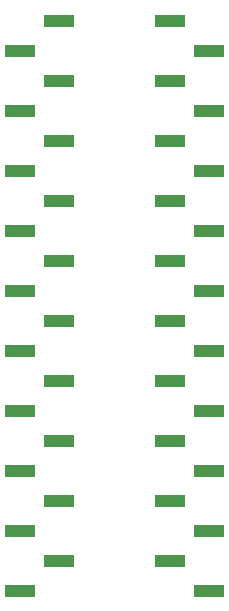
<source format=gbp>
G04 #@! TF.GenerationSoftware,KiCad,Pcbnew,9.0.6*
G04 #@! TF.CreationDate,2026-01-08T15:28:10-06:00*
G04 #@! TF.ProjectId,QFN-36_6x6_P0.5,51464e2d-3336-45f3-9678-365f50302e35,rev?*
G04 #@! TF.SameCoordinates,Original*
G04 #@! TF.FileFunction,Paste,Bot*
G04 #@! TF.FilePolarity,Positive*
%FSLAX46Y46*%
G04 Gerber Fmt 4.6, Leading zero omitted, Abs format (unit mm)*
G04 Created by KiCad (PCBNEW 9.0.6) date 2026-01-08 15:28:10*
%MOMM*%
%LPD*%
G01*
G04 APERTURE LIST*
%ADD10R,2.510000X1.000000*%
G04 APERTURE END LIST*
D10*
X107565000Y-90165000D03*
X110875000Y-92705000D03*
X107565000Y-95245000D03*
X110875000Y-97785000D03*
X107565000Y-100325000D03*
X110875000Y-102865000D03*
X107565000Y-105405000D03*
X110875000Y-107945000D03*
X107565000Y-110485000D03*
X110875000Y-113025000D03*
X107565000Y-115565000D03*
X110875000Y-118105000D03*
X107565000Y-120645000D03*
X110875000Y-123185000D03*
X107565000Y-125725000D03*
X110875000Y-128265000D03*
X107565000Y-130805000D03*
X110875000Y-133345000D03*
X107565000Y-135885000D03*
X110875000Y-138425000D03*
X98175000Y-90165000D03*
X94865000Y-92705000D03*
X98175000Y-95245000D03*
X94865000Y-97785000D03*
X98175000Y-100325000D03*
X94865000Y-102865000D03*
X98175000Y-105405000D03*
X94865000Y-107945000D03*
X98175000Y-110485000D03*
X94865000Y-113025000D03*
X98175000Y-115565000D03*
X94865000Y-118105000D03*
X98175000Y-120645000D03*
X94865000Y-123185000D03*
X98175000Y-125725000D03*
X94865000Y-128265000D03*
X98175000Y-130805000D03*
X94865000Y-133345000D03*
X98175000Y-135885000D03*
X94865000Y-138425000D03*
M02*

</source>
